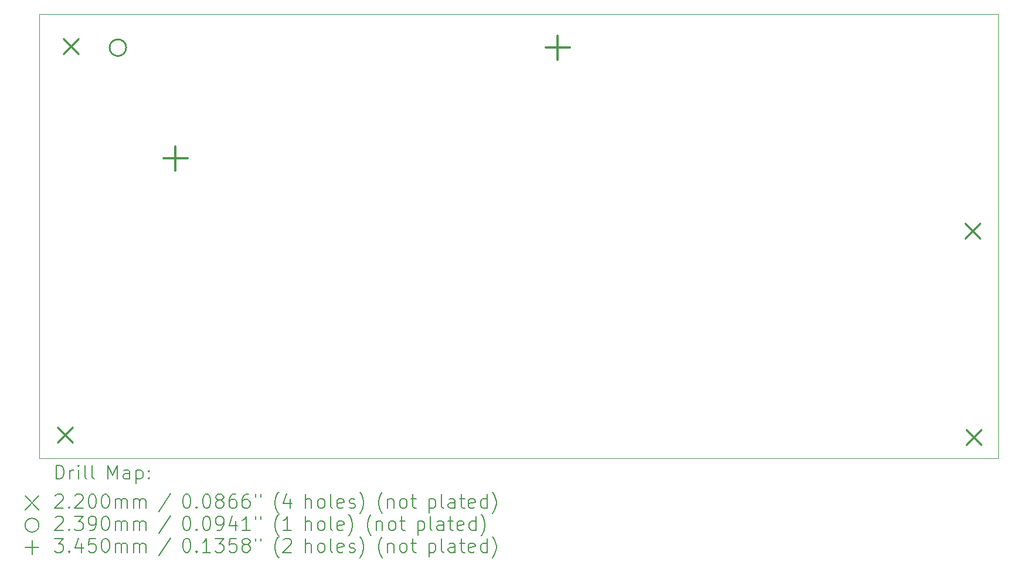
<source format=gbr>
%TF.GenerationSoftware,KiCad,Pcbnew,(7.99.0-200-gad838e3d73)*%
%TF.CreationDate,2024-03-11T18:46:43+07:00*%
%TF.ProjectId,WMS,574d532e-6b69-4636-9164-5f7063625858,rev?*%
%TF.SameCoordinates,Original*%
%TF.FileFunction,Drillmap*%
%TF.FilePolarity,Positive*%
%FSLAX45Y45*%
G04 Gerber Fmt 4.5, Leading zero omitted, Abs format (unit mm)*
G04 Created by KiCad (PCBNEW (7.99.0-200-gad838e3d73)) date 2024-03-11 18:46:43*
%MOMM*%
%LPD*%
G01*
G04 APERTURE LIST*
%ADD10C,0.100000*%
%ADD11C,0.200000*%
%ADD12C,0.220000*%
%ADD13C,0.239000*%
%ADD14C,0.345000*%
G04 APERTURE END LIST*
D10*
X6845300Y-5189220D02*
X20701000Y-5189220D01*
X20701000Y-5189220D02*
X20701000Y-11607800D01*
X20701000Y-11607800D02*
X6845300Y-11607800D01*
X6845300Y-11607800D02*
X6845300Y-5189220D01*
D11*
D12*
X7111220Y-11159980D02*
X7331220Y-11379980D01*
X7331220Y-11159980D02*
X7111220Y-11379980D01*
X7192500Y-5544040D02*
X7412500Y-5764040D01*
X7412500Y-5544040D02*
X7192500Y-5764040D01*
X20217620Y-8213580D02*
X20437620Y-8433580D01*
X20437620Y-8213580D02*
X20217620Y-8433580D01*
X20232860Y-11187920D02*
X20452860Y-11407920D01*
X20452860Y-11187920D02*
X20232860Y-11407920D01*
D13*
X8100200Y-5674460D02*
G75*
G03*
X8100200Y-5674460I-119500J0D01*
G01*
D14*
X8813700Y-7101960D02*
X8813700Y-7446960D01*
X8641200Y-7274460D02*
X8986200Y-7274460D01*
X14333700Y-5501960D02*
X14333700Y-5846960D01*
X14161200Y-5674460D02*
X14506200Y-5674460D01*
D11*
X7087919Y-11906276D02*
X7087919Y-11706276D01*
X7087919Y-11706276D02*
X7135538Y-11706276D01*
X7135538Y-11706276D02*
X7164109Y-11715800D01*
X7164109Y-11715800D02*
X7183157Y-11734848D01*
X7183157Y-11734848D02*
X7192681Y-11753895D01*
X7192681Y-11753895D02*
X7202205Y-11791990D01*
X7202205Y-11791990D02*
X7202205Y-11820562D01*
X7202205Y-11820562D02*
X7192681Y-11858657D01*
X7192681Y-11858657D02*
X7183157Y-11877705D01*
X7183157Y-11877705D02*
X7164109Y-11896752D01*
X7164109Y-11896752D02*
X7135538Y-11906276D01*
X7135538Y-11906276D02*
X7087919Y-11906276D01*
X7287919Y-11906276D02*
X7287919Y-11772943D01*
X7287919Y-11811038D02*
X7297443Y-11791990D01*
X7297443Y-11791990D02*
X7306967Y-11782467D01*
X7306967Y-11782467D02*
X7326014Y-11772943D01*
X7326014Y-11772943D02*
X7345062Y-11772943D01*
X7411728Y-11906276D02*
X7411728Y-11772943D01*
X7411728Y-11706276D02*
X7402205Y-11715800D01*
X7402205Y-11715800D02*
X7411728Y-11725324D01*
X7411728Y-11725324D02*
X7421252Y-11715800D01*
X7421252Y-11715800D02*
X7411728Y-11706276D01*
X7411728Y-11706276D02*
X7411728Y-11725324D01*
X7535538Y-11906276D02*
X7516490Y-11896752D01*
X7516490Y-11896752D02*
X7506967Y-11877705D01*
X7506967Y-11877705D02*
X7506967Y-11706276D01*
X7640300Y-11906276D02*
X7621252Y-11896752D01*
X7621252Y-11896752D02*
X7611728Y-11877705D01*
X7611728Y-11877705D02*
X7611728Y-11706276D01*
X7836490Y-11906276D02*
X7836490Y-11706276D01*
X7836490Y-11706276D02*
X7903157Y-11849133D01*
X7903157Y-11849133D02*
X7969824Y-11706276D01*
X7969824Y-11706276D02*
X7969824Y-11906276D01*
X8150776Y-11906276D02*
X8150776Y-11801514D01*
X8150776Y-11801514D02*
X8141252Y-11782467D01*
X8141252Y-11782467D02*
X8122205Y-11772943D01*
X8122205Y-11772943D02*
X8084109Y-11772943D01*
X8084109Y-11772943D02*
X8065062Y-11782467D01*
X8150776Y-11896752D02*
X8131728Y-11906276D01*
X8131728Y-11906276D02*
X8084109Y-11906276D01*
X8084109Y-11906276D02*
X8065062Y-11896752D01*
X8065062Y-11896752D02*
X8055538Y-11877705D01*
X8055538Y-11877705D02*
X8055538Y-11858657D01*
X8055538Y-11858657D02*
X8065062Y-11839609D01*
X8065062Y-11839609D02*
X8084109Y-11830086D01*
X8084109Y-11830086D02*
X8131728Y-11830086D01*
X8131728Y-11830086D02*
X8150776Y-11820562D01*
X8246014Y-11772943D02*
X8246014Y-11972943D01*
X8246014Y-11782467D02*
X8265062Y-11772943D01*
X8265062Y-11772943D02*
X8303157Y-11772943D01*
X8303157Y-11772943D02*
X8322205Y-11782467D01*
X8322205Y-11782467D02*
X8331728Y-11791990D01*
X8331728Y-11791990D02*
X8341252Y-11811038D01*
X8341252Y-11811038D02*
X8341252Y-11868181D01*
X8341252Y-11868181D02*
X8331728Y-11887228D01*
X8331728Y-11887228D02*
X8322205Y-11896752D01*
X8322205Y-11896752D02*
X8303157Y-11906276D01*
X8303157Y-11906276D02*
X8265062Y-11906276D01*
X8265062Y-11906276D02*
X8246014Y-11896752D01*
X8426967Y-11887228D02*
X8436490Y-11896752D01*
X8436490Y-11896752D02*
X8426967Y-11906276D01*
X8426967Y-11906276D02*
X8417443Y-11896752D01*
X8417443Y-11896752D02*
X8426967Y-11887228D01*
X8426967Y-11887228D02*
X8426967Y-11906276D01*
X8426967Y-11782467D02*
X8436490Y-11791990D01*
X8436490Y-11791990D02*
X8426967Y-11801514D01*
X8426967Y-11801514D02*
X8417443Y-11791990D01*
X8417443Y-11791990D02*
X8426967Y-11782467D01*
X8426967Y-11782467D02*
X8426967Y-11801514D01*
X6640300Y-12152800D02*
X6840300Y-12352800D01*
X6840300Y-12152800D02*
X6640300Y-12352800D01*
X7078395Y-12145324D02*
X7087919Y-12135800D01*
X7087919Y-12135800D02*
X7106967Y-12126276D01*
X7106967Y-12126276D02*
X7154586Y-12126276D01*
X7154586Y-12126276D02*
X7173633Y-12135800D01*
X7173633Y-12135800D02*
X7183157Y-12145324D01*
X7183157Y-12145324D02*
X7192681Y-12164371D01*
X7192681Y-12164371D02*
X7192681Y-12183419D01*
X7192681Y-12183419D02*
X7183157Y-12211990D01*
X7183157Y-12211990D02*
X7068871Y-12326276D01*
X7068871Y-12326276D02*
X7192681Y-12326276D01*
X7278395Y-12307228D02*
X7287919Y-12316752D01*
X7287919Y-12316752D02*
X7278395Y-12326276D01*
X7278395Y-12326276D02*
X7268871Y-12316752D01*
X7268871Y-12316752D02*
X7278395Y-12307228D01*
X7278395Y-12307228D02*
X7278395Y-12326276D01*
X7364109Y-12145324D02*
X7373633Y-12135800D01*
X7373633Y-12135800D02*
X7392681Y-12126276D01*
X7392681Y-12126276D02*
X7440300Y-12126276D01*
X7440300Y-12126276D02*
X7459348Y-12135800D01*
X7459348Y-12135800D02*
X7468871Y-12145324D01*
X7468871Y-12145324D02*
X7478395Y-12164371D01*
X7478395Y-12164371D02*
X7478395Y-12183419D01*
X7478395Y-12183419D02*
X7468871Y-12211990D01*
X7468871Y-12211990D02*
X7354586Y-12326276D01*
X7354586Y-12326276D02*
X7478395Y-12326276D01*
X7602205Y-12126276D02*
X7621252Y-12126276D01*
X7621252Y-12126276D02*
X7640300Y-12135800D01*
X7640300Y-12135800D02*
X7649824Y-12145324D01*
X7649824Y-12145324D02*
X7659348Y-12164371D01*
X7659348Y-12164371D02*
X7668871Y-12202467D01*
X7668871Y-12202467D02*
X7668871Y-12250086D01*
X7668871Y-12250086D02*
X7659348Y-12288181D01*
X7659348Y-12288181D02*
X7649824Y-12307228D01*
X7649824Y-12307228D02*
X7640300Y-12316752D01*
X7640300Y-12316752D02*
X7621252Y-12326276D01*
X7621252Y-12326276D02*
X7602205Y-12326276D01*
X7602205Y-12326276D02*
X7583157Y-12316752D01*
X7583157Y-12316752D02*
X7573633Y-12307228D01*
X7573633Y-12307228D02*
X7564109Y-12288181D01*
X7564109Y-12288181D02*
X7554586Y-12250086D01*
X7554586Y-12250086D02*
X7554586Y-12202467D01*
X7554586Y-12202467D02*
X7564109Y-12164371D01*
X7564109Y-12164371D02*
X7573633Y-12145324D01*
X7573633Y-12145324D02*
X7583157Y-12135800D01*
X7583157Y-12135800D02*
X7602205Y-12126276D01*
X7792681Y-12126276D02*
X7811729Y-12126276D01*
X7811729Y-12126276D02*
X7830776Y-12135800D01*
X7830776Y-12135800D02*
X7840300Y-12145324D01*
X7840300Y-12145324D02*
X7849824Y-12164371D01*
X7849824Y-12164371D02*
X7859348Y-12202467D01*
X7859348Y-12202467D02*
X7859348Y-12250086D01*
X7859348Y-12250086D02*
X7849824Y-12288181D01*
X7849824Y-12288181D02*
X7840300Y-12307228D01*
X7840300Y-12307228D02*
X7830776Y-12316752D01*
X7830776Y-12316752D02*
X7811729Y-12326276D01*
X7811729Y-12326276D02*
X7792681Y-12326276D01*
X7792681Y-12326276D02*
X7773633Y-12316752D01*
X7773633Y-12316752D02*
X7764109Y-12307228D01*
X7764109Y-12307228D02*
X7754586Y-12288181D01*
X7754586Y-12288181D02*
X7745062Y-12250086D01*
X7745062Y-12250086D02*
X7745062Y-12202467D01*
X7745062Y-12202467D02*
X7754586Y-12164371D01*
X7754586Y-12164371D02*
X7764109Y-12145324D01*
X7764109Y-12145324D02*
X7773633Y-12135800D01*
X7773633Y-12135800D02*
X7792681Y-12126276D01*
X7945062Y-12326276D02*
X7945062Y-12192943D01*
X7945062Y-12211990D02*
X7954586Y-12202467D01*
X7954586Y-12202467D02*
X7973633Y-12192943D01*
X7973633Y-12192943D02*
X8002205Y-12192943D01*
X8002205Y-12192943D02*
X8021252Y-12202467D01*
X8021252Y-12202467D02*
X8030776Y-12221514D01*
X8030776Y-12221514D02*
X8030776Y-12326276D01*
X8030776Y-12221514D02*
X8040300Y-12202467D01*
X8040300Y-12202467D02*
X8059348Y-12192943D01*
X8059348Y-12192943D02*
X8087919Y-12192943D01*
X8087919Y-12192943D02*
X8106967Y-12202467D01*
X8106967Y-12202467D02*
X8116490Y-12221514D01*
X8116490Y-12221514D02*
X8116490Y-12326276D01*
X8211729Y-12326276D02*
X8211729Y-12192943D01*
X8211729Y-12211990D02*
X8221252Y-12202467D01*
X8221252Y-12202467D02*
X8240300Y-12192943D01*
X8240300Y-12192943D02*
X8268871Y-12192943D01*
X8268871Y-12192943D02*
X8287919Y-12202467D01*
X8287919Y-12202467D02*
X8297443Y-12221514D01*
X8297443Y-12221514D02*
X8297443Y-12326276D01*
X8297443Y-12221514D02*
X8306967Y-12202467D01*
X8306967Y-12202467D02*
X8326014Y-12192943D01*
X8326014Y-12192943D02*
X8354586Y-12192943D01*
X8354586Y-12192943D02*
X8373633Y-12202467D01*
X8373633Y-12202467D02*
X8383157Y-12221514D01*
X8383157Y-12221514D02*
X8383157Y-12326276D01*
X8741252Y-12116752D02*
X8569824Y-12373895D01*
X8966014Y-12126276D02*
X8985062Y-12126276D01*
X8985062Y-12126276D02*
X9004110Y-12135800D01*
X9004110Y-12135800D02*
X9013633Y-12145324D01*
X9013633Y-12145324D02*
X9023157Y-12164371D01*
X9023157Y-12164371D02*
X9032681Y-12202467D01*
X9032681Y-12202467D02*
X9032681Y-12250086D01*
X9032681Y-12250086D02*
X9023157Y-12288181D01*
X9023157Y-12288181D02*
X9013633Y-12307228D01*
X9013633Y-12307228D02*
X9004110Y-12316752D01*
X9004110Y-12316752D02*
X8985062Y-12326276D01*
X8985062Y-12326276D02*
X8966014Y-12326276D01*
X8966014Y-12326276D02*
X8946967Y-12316752D01*
X8946967Y-12316752D02*
X8937443Y-12307228D01*
X8937443Y-12307228D02*
X8927919Y-12288181D01*
X8927919Y-12288181D02*
X8918395Y-12250086D01*
X8918395Y-12250086D02*
X8918395Y-12202467D01*
X8918395Y-12202467D02*
X8927919Y-12164371D01*
X8927919Y-12164371D02*
X8937443Y-12145324D01*
X8937443Y-12145324D02*
X8946967Y-12135800D01*
X8946967Y-12135800D02*
X8966014Y-12126276D01*
X9118395Y-12307228D02*
X9127919Y-12316752D01*
X9127919Y-12316752D02*
X9118395Y-12326276D01*
X9118395Y-12326276D02*
X9108872Y-12316752D01*
X9108872Y-12316752D02*
X9118395Y-12307228D01*
X9118395Y-12307228D02*
X9118395Y-12326276D01*
X9251729Y-12126276D02*
X9270776Y-12126276D01*
X9270776Y-12126276D02*
X9289824Y-12135800D01*
X9289824Y-12135800D02*
X9299348Y-12145324D01*
X9299348Y-12145324D02*
X9308872Y-12164371D01*
X9308872Y-12164371D02*
X9318395Y-12202467D01*
X9318395Y-12202467D02*
X9318395Y-12250086D01*
X9318395Y-12250086D02*
X9308872Y-12288181D01*
X9308872Y-12288181D02*
X9299348Y-12307228D01*
X9299348Y-12307228D02*
X9289824Y-12316752D01*
X9289824Y-12316752D02*
X9270776Y-12326276D01*
X9270776Y-12326276D02*
X9251729Y-12326276D01*
X9251729Y-12326276D02*
X9232681Y-12316752D01*
X9232681Y-12316752D02*
X9223157Y-12307228D01*
X9223157Y-12307228D02*
X9213633Y-12288181D01*
X9213633Y-12288181D02*
X9204110Y-12250086D01*
X9204110Y-12250086D02*
X9204110Y-12202467D01*
X9204110Y-12202467D02*
X9213633Y-12164371D01*
X9213633Y-12164371D02*
X9223157Y-12145324D01*
X9223157Y-12145324D02*
X9232681Y-12135800D01*
X9232681Y-12135800D02*
X9251729Y-12126276D01*
X9432681Y-12211990D02*
X9413633Y-12202467D01*
X9413633Y-12202467D02*
X9404110Y-12192943D01*
X9404110Y-12192943D02*
X9394586Y-12173895D01*
X9394586Y-12173895D02*
X9394586Y-12164371D01*
X9394586Y-12164371D02*
X9404110Y-12145324D01*
X9404110Y-12145324D02*
X9413633Y-12135800D01*
X9413633Y-12135800D02*
X9432681Y-12126276D01*
X9432681Y-12126276D02*
X9470776Y-12126276D01*
X9470776Y-12126276D02*
X9489824Y-12135800D01*
X9489824Y-12135800D02*
X9499348Y-12145324D01*
X9499348Y-12145324D02*
X9508872Y-12164371D01*
X9508872Y-12164371D02*
X9508872Y-12173895D01*
X9508872Y-12173895D02*
X9499348Y-12192943D01*
X9499348Y-12192943D02*
X9489824Y-12202467D01*
X9489824Y-12202467D02*
X9470776Y-12211990D01*
X9470776Y-12211990D02*
X9432681Y-12211990D01*
X9432681Y-12211990D02*
X9413633Y-12221514D01*
X9413633Y-12221514D02*
X9404110Y-12231038D01*
X9404110Y-12231038D02*
X9394586Y-12250086D01*
X9394586Y-12250086D02*
X9394586Y-12288181D01*
X9394586Y-12288181D02*
X9404110Y-12307228D01*
X9404110Y-12307228D02*
X9413633Y-12316752D01*
X9413633Y-12316752D02*
X9432681Y-12326276D01*
X9432681Y-12326276D02*
X9470776Y-12326276D01*
X9470776Y-12326276D02*
X9489824Y-12316752D01*
X9489824Y-12316752D02*
X9499348Y-12307228D01*
X9499348Y-12307228D02*
X9508872Y-12288181D01*
X9508872Y-12288181D02*
X9508872Y-12250086D01*
X9508872Y-12250086D02*
X9499348Y-12231038D01*
X9499348Y-12231038D02*
X9489824Y-12221514D01*
X9489824Y-12221514D02*
X9470776Y-12211990D01*
X9680300Y-12126276D02*
X9642205Y-12126276D01*
X9642205Y-12126276D02*
X9623157Y-12135800D01*
X9623157Y-12135800D02*
X9613633Y-12145324D01*
X9613633Y-12145324D02*
X9594586Y-12173895D01*
X9594586Y-12173895D02*
X9585062Y-12211990D01*
X9585062Y-12211990D02*
X9585062Y-12288181D01*
X9585062Y-12288181D02*
X9594586Y-12307228D01*
X9594586Y-12307228D02*
X9604110Y-12316752D01*
X9604110Y-12316752D02*
X9623157Y-12326276D01*
X9623157Y-12326276D02*
X9661253Y-12326276D01*
X9661253Y-12326276D02*
X9680300Y-12316752D01*
X9680300Y-12316752D02*
X9689824Y-12307228D01*
X9689824Y-12307228D02*
X9699348Y-12288181D01*
X9699348Y-12288181D02*
X9699348Y-12240562D01*
X9699348Y-12240562D02*
X9689824Y-12221514D01*
X9689824Y-12221514D02*
X9680300Y-12211990D01*
X9680300Y-12211990D02*
X9661253Y-12202467D01*
X9661253Y-12202467D02*
X9623157Y-12202467D01*
X9623157Y-12202467D02*
X9604110Y-12211990D01*
X9604110Y-12211990D02*
X9594586Y-12221514D01*
X9594586Y-12221514D02*
X9585062Y-12240562D01*
X9870776Y-12126276D02*
X9832681Y-12126276D01*
X9832681Y-12126276D02*
X9813633Y-12135800D01*
X9813633Y-12135800D02*
X9804110Y-12145324D01*
X9804110Y-12145324D02*
X9785062Y-12173895D01*
X9785062Y-12173895D02*
X9775538Y-12211990D01*
X9775538Y-12211990D02*
X9775538Y-12288181D01*
X9775538Y-12288181D02*
X9785062Y-12307228D01*
X9785062Y-12307228D02*
X9794586Y-12316752D01*
X9794586Y-12316752D02*
X9813633Y-12326276D01*
X9813633Y-12326276D02*
X9851729Y-12326276D01*
X9851729Y-12326276D02*
X9870776Y-12316752D01*
X9870776Y-12316752D02*
X9880300Y-12307228D01*
X9880300Y-12307228D02*
X9889824Y-12288181D01*
X9889824Y-12288181D02*
X9889824Y-12240562D01*
X9889824Y-12240562D02*
X9880300Y-12221514D01*
X9880300Y-12221514D02*
X9870776Y-12211990D01*
X9870776Y-12211990D02*
X9851729Y-12202467D01*
X9851729Y-12202467D02*
X9813633Y-12202467D01*
X9813633Y-12202467D02*
X9794586Y-12211990D01*
X9794586Y-12211990D02*
X9785062Y-12221514D01*
X9785062Y-12221514D02*
X9775538Y-12240562D01*
X9966014Y-12126276D02*
X9966014Y-12164371D01*
X10042205Y-12126276D02*
X10042205Y-12164371D01*
X10305062Y-12402467D02*
X10295538Y-12392943D01*
X10295538Y-12392943D02*
X10276491Y-12364371D01*
X10276491Y-12364371D02*
X10266967Y-12345324D01*
X10266967Y-12345324D02*
X10257443Y-12316752D01*
X10257443Y-12316752D02*
X10247919Y-12269133D01*
X10247919Y-12269133D02*
X10247919Y-12231038D01*
X10247919Y-12231038D02*
X10257443Y-12183419D01*
X10257443Y-12183419D02*
X10266967Y-12154848D01*
X10266967Y-12154848D02*
X10276491Y-12135800D01*
X10276491Y-12135800D02*
X10295538Y-12107228D01*
X10295538Y-12107228D02*
X10305062Y-12097705D01*
X10466967Y-12192943D02*
X10466967Y-12326276D01*
X10419348Y-12116752D02*
X10371729Y-12259609D01*
X10371729Y-12259609D02*
X10495538Y-12259609D01*
X10691729Y-12326276D02*
X10691729Y-12126276D01*
X10777443Y-12326276D02*
X10777443Y-12221514D01*
X10777443Y-12221514D02*
X10767919Y-12202467D01*
X10767919Y-12202467D02*
X10748872Y-12192943D01*
X10748872Y-12192943D02*
X10720300Y-12192943D01*
X10720300Y-12192943D02*
X10701253Y-12202467D01*
X10701253Y-12202467D02*
X10691729Y-12211990D01*
X10901253Y-12326276D02*
X10882205Y-12316752D01*
X10882205Y-12316752D02*
X10872681Y-12307228D01*
X10872681Y-12307228D02*
X10863157Y-12288181D01*
X10863157Y-12288181D02*
X10863157Y-12231038D01*
X10863157Y-12231038D02*
X10872681Y-12211990D01*
X10872681Y-12211990D02*
X10882205Y-12202467D01*
X10882205Y-12202467D02*
X10901253Y-12192943D01*
X10901253Y-12192943D02*
X10929824Y-12192943D01*
X10929824Y-12192943D02*
X10948872Y-12202467D01*
X10948872Y-12202467D02*
X10958395Y-12211990D01*
X10958395Y-12211990D02*
X10967919Y-12231038D01*
X10967919Y-12231038D02*
X10967919Y-12288181D01*
X10967919Y-12288181D02*
X10958395Y-12307228D01*
X10958395Y-12307228D02*
X10948872Y-12316752D01*
X10948872Y-12316752D02*
X10929824Y-12326276D01*
X10929824Y-12326276D02*
X10901253Y-12326276D01*
X11082205Y-12326276D02*
X11063157Y-12316752D01*
X11063157Y-12316752D02*
X11053634Y-12297705D01*
X11053634Y-12297705D02*
X11053634Y-12126276D01*
X11234586Y-12316752D02*
X11215538Y-12326276D01*
X11215538Y-12326276D02*
X11177443Y-12326276D01*
X11177443Y-12326276D02*
X11158395Y-12316752D01*
X11158395Y-12316752D02*
X11148872Y-12297705D01*
X11148872Y-12297705D02*
X11148872Y-12221514D01*
X11148872Y-12221514D02*
X11158395Y-12202467D01*
X11158395Y-12202467D02*
X11177443Y-12192943D01*
X11177443Y-12192943D02*
X11215538Y-12192943D01*
X11215538Y-12192943D02*
X11234586Y-12202467D01*
X11234586Y-12202467D02*
X11244110Y-12221514D01*
X11244110Y-12221514D02*
X11244110Y-12240562D01*
X11244110Y-12240562D02*
X11148872Y-12259609D01*
X11320300Y-12316752D02*
X11339348Y-12326276D01*
X11339348Y-12326276D02*
X11377443Y-12326276D01*
X11377443Y-12326276D02*
X11396491Y-12316752D01*
X11396491Y-12316752D02*
X11406014Y-12297705D01*
X11406014Y-12297705D02*
X11406014Y-12288181D01*
X11406014Y-12288181D02*
X11396491Y-12269133D01*
X11396491Y-12269133D02*
X11377443Y-12259609D01*
X11377443Y-12259609D02*
X11348872Y-12259609D01*
X11348872Y-12259609D02*
X11329824Y-12250086D01*
X11329824Y-12250086D02*
X11320300Y-12231038D01*
X11320300Y-12231038D02*
X11320300Y-12221514D01*
X11320300Y-12221514D02*
X11329824Y-12202467D01*
X11329824Y-12202467D02*
X11348872Y-12192943D01*
X11348872Y-12192943D02*
X11377443Y-12192943D01*
X11377443Y-12192943D02*
X11396491Y-12202467D01*
X11472681Y-12402467D02*
X11482205Y-12392943D01*
X11482205Y-12392943D02*
X11501253Y-12364371D01*
X11501253Y-12364371D02*
X11510776Y-12345324D01*
X11510776Y-12345324D02*
X11520300Y-12316752D01*
X11520300Y-12316752D02*
X11529824Y-12269133D01*
X11529824Y-12269133D02*
X11529824Y-12231038D01*
X11529824Y-12231038D02*
X11520300Y-12183419D01*
X11520300Y-12183419D02*
X11510776Y-12154848D01*
X11510776Y-12154848D02*
X11501253Y-12135800D01*
X11501253Y-12135800D02*
X11482205Y-12107228D01*
X11482205Y-12107228D02*
X11472681Y-12097705D01*
X11802205Y-12402467D02*
X11792681Y-12392943D01*
X11792681Y-12392943D02*
X11773633Y-12364371D01*
X11773633Y-12364371D02*
X11764110Y-12345324D01*
X11764110Y-12345324D02*
X11754586Y-12316752D01*
X11754586Y-12316752D02*
X11745062Y-12269133D01*
X11745062Y-12269133D02*
X11745062Y-12231038D01*
X11745062Y-12231038D02*
X11754586Y-12183419D01*
X11754586Y-12183419D02*
X11764110Y-12154848D01*
X11764110Y-12154848D02*
X11773633Y-12135800D01*
X11773633Y-12135800D02*
X11792681Y-12107228D01*
X11792681Y-12107228D02*
X11802205Y-12097705D01*
X11878395Y-12192943D02*
X11878395Y-12326276D01*
X11878395Y-12211990D02*
X11887919Y-12202467D01*
X11887919Y-12202467D02*
X11906967Y-12192943D01*
X11906967Y-12192943D02*
X11935538Y-12192943D01*
X11935538Y-12192943D02*
X11954586Y-12202467D01*
X11954586Y-12202467D02*
X11964110Y-12221514D01*
X11964110Y-12221514D02*
X11964110Y-12326276D01*
X12087919Y-12326276D02*
X12068872Y-12316752D01*
X12068872Y-12316752D02*
X12059348Y-12307228D01*
X12059348Y-12307228D02*
X12049824Y-12288181D01*
X12049824Y-12288181D02*
X12049824Y-12231038D01*
X12049824Y-12231038D02*
X12059348Y-12211990D01*
X12059348Y-12211990D02*
X12068872Y-12202467D01*
X12068872Y-12202467D02*
X12087919Y-12192943D01*
X12087919Y-12192943D02*
X12116491Y-12192943D01*
X12116491Y-12192943D02*
X12135538Y-12202467D01*
X12135538Y-12202467D02*
X12145062Y-12211990D01*
X12145062Y-12211990D02*
X12154586Y-12231038D01*
X12154586Y-12231038D02*
X12154586Y-12288181D01*
X12154586Y-12288181D02*
X12145062Y-12307228D01*
X12145062Y-12307228D02*
X12135538Y-12316752D01*
X12135538Y-12316752D02*
X12116491Y-12326276D01*
X12116491Y-12326276D02*
X12087919Y-12326276D01*
X12211729Y-12192943D02*
X12287919Y-12192943D01*
X12240300Y-12126276D02*
X12240300Y-12297705D01*
X12240300Y-12297705D02*
X12249824Y-12316752D01*
X12249824Y-12316752D02*
X12268872Y-12326276D01*
X12268872Y-12326276D02*
X12287919Y-12326276D01*
X12474586Y-12192943D02*
X12474586Y-12392943D01*
X12474586Y-12202467D02*
X12493633Y-12192943D01*
X12493633Y-12192943D02*
X12531729Y-12192943D01*
X12531729Y-12192943D02*
X12550776Y-12202467D01*
X12550776Y-12202467D02*
X12560300Y-12211990D01*
X12560300Y-12211990D02*
X12569824Y-12231038D01*
X12569824Y-12231038D02*
X12569824Y-12288181D01*
X12569824Y-12288181D02*
X12560300Y-12307228D01*
X12560300Y-12307228D02*
X12550776Y-12316752D01*
X12550776Y-12316752D02*
X12531729Y-12326276D01*
X12531729Y-12326276D02*
X12493633Y-12326276D01*
X12493633Y-12326276D02*
X12474586Y-12316752D01*
X12684110Y-12326276D02*
X12665062Y-12316752D01*
X12665062Y-12316752D02*
X12655538Y-12297705D01*
X12655538Y-12297705D02*
X12655538Y-12126276D01*
X12846014Y-12326276D02*
X12846014Y-12221514D01*
X12846014Y-12221514D02*
X12836491Y-12202467D01*
X12836491Y-12202467D02*
X12817443Y-12192943D01*
X12817443Y-12192943D02*
X12779348Y-12192943D01*
X12779348Y-12192943D02*
X12760300Y-12202467D01*
X12846014Y-12316752D02*
X12826967Y-12326276D01*
X12826967Y-12326276D02*
X12779348Y-12326276D01*
X12779348Y-12326276D02*
X12760300Y-12316752D01*
X12760300Y-12316752D02*
X12750776Y-12297705D01*
X12750776Y-12297705D02*
X12750776Y-12278657D01*
X12750776Y-12278657D02*
X12760300Y-12259609D01*
X12760300Y-12259609D02*
X12779348Y-12250086D01*
X12779348Y-12250086D02*
X12826967Y-12250086D01*
X12826967Y-12250086D02*
X12846014Y-12240562D01*
X12912681Y-12192943D02*
X12988872Y-12192943D01*
X12941253Y-12126276D02*
X12941253Y-12297705D01*
X12941253Y-12297705D02*
X12950776Y-12316752D01*
X12950776Y-12316752D02*
X12969824Y-12326276D01*
X12969824Y-12326276D02*
X12988872Y-12326276D01*
X13131729Y-12316752D02*
X13112681Y-12326276D01*
X13112681Y-12326276D02*
X13074586Y-12326276D01*
X13074586Y-12326276D02*
X13055538Y-12316752D01*
X13055538Y-12316752D02*
X13046014Y-12297705D01*
X13046014Y-12297705D02*
X13046014Y-12221514D01*
X13046014Y-12221514D02*
X13055538Y-12202467D01*
X13055538Y-12202467D02*
X13074586Y-12192943D01*
X13074586Y-12192943D02*
X13112681Y-12192943D01*
X13112681Y-12192943D02*
X13131729Y-12202467D01*
X13131729Y-12202467D02*
X13141253Y-12221514D01*
X13141253Y-12221514D02*
X13141253Y-12240562D01*
X13141253Y-12240562D02*
X13046014Y-12259609D01*
X13312681Y-12326276D02*
X13312681Y-12126276D01*
X13312681Y-12316752D02*
X13293634Y-12326276D01*
X13293634Y-12326276D02*
X13255538Y-12326276D01*
X13255538Y-12326276D02*
X13236491Y-12316752D01*
X13236491Y-12316752D02*
X13226967Y-12307228D01*
X13226967Y-12307228D02*
X13217443Y-12288181D01*
X13217443Y-12288181D02*
X13217443Y-12231038D01*
X13217443Y-12231038D02*
X13226967Y-12211990D01*
X13226967Y-12211990D02*
X13236491Y-12202467D01*
X13236491Y-12202467D02*
X13255538Y-12192943D01*
X13255538Y-12192943D02*
X13293634Y-12192943D01*
X13293634Y-12192943D02*
X13312681Y-12202467D01*
X13388872Y-12402467D02*
X13398395Y-12392943D01*
X13398395Y-12392943D02*
X13417443Y-12364371D01*
X13417443Y-12364371D02*
X13426967Y-12345324D01*
X13426967Y-12345324D02*
X13436491Y-12316752D01*
X13436491Y-12316752D02*
X13446014Y-12269133D01*
X13446014Y-12269133D02*
X13446014Y-12231038D01*
X13446014Y-12231038D02*
X13436491Y-12183419D01*
X13436491Y-12183419D02*
X13426967Y-12154848D01*
X13426967Y-12154848D02*
X13417443Y-12135800D01*
X13417443Y-12135800D02*
X13398395Y-12107228D01*
X13398395Y-12107228D02*
X13388872Y-12097705D01*
X6840300Y-12572800D02*
G75*
G03*
X6840300Y-12572800I-100000J0D01*
G01*
X7078395Y-12465324D02*
X7087919Y-12455800D01*
X7087919Y-12455800D02*
X7106967Y-12446276D01*
X7106967Y-12446276D02*
X7154586Y-12446276D01*
X7154586Y-12446276D02*
X7173633Y-12455800D01*
X7173633Y-12455800D02*
X7183157Y-12465324D01*
X7183157Y-12465324D02*
X7192681Y-12484371D01*
X7192681Y-12484371D02*
X7192681Y-12503419D01*
X7192681Y-12503419D02*
X7183157Y-12531990D01*
X7183157Y-12531990D02*
X7068871Y-12646276D01*
X7068871Y-12646276D02*
X7192681Y-12646276D01*
X7278395Y-12627228D02*
X7287919Y-12636752D01*
X7287919Y-12636752D02*
X7278395Y-12646276D01*
X7278395Y-12646276D02*
X7268871Y-12636752D01*
X7268871Y-12636752D02*
X7278395Y-12627228D01*
X7278395Y-12627228D02*
X7278395Y-12646276D01*
X7354586Y-12446276D02*
X7478395Y-12446276D01*
X7478395Y-12446276D02*
X7411728Y-12522467D01*
X7411728Y-12522467D02*
X7440300Y-12522467D01*
X7440300Y-12522467D02*
X7459348Y-12531990D01*
X7459348Y-12531990D02*
X7468871Y-12541514D01*
X7468871Y-12541514D02*
X7478395Y-12560562D01*
X7478395Y-12560562D02*
X7478395Y-12608181D01*
X7478395Y-12608181D02*
X7468871Y-12627228D01*
X7468871Y-12627228D02*
X7459348Y-12636752D01*
X7459348Y-12636752D02*
X7440300Y-12646276D01*
X7440300Y-12646276D02*
X7383157Y-12646276D01*
X7383157Y-12646276D02*
X7364109Y-12636752D01*
X7364109Y-12636752D02*
X7354586Y-12627228D01*
X7573633Y-12646276D02*
X7611728Y-12646276D01*
X7611728Y-12646276D02*
X7630776Y-12636752D01*
X7630776Y-12636752D02*
X7640300Y-12627228D01*
X7640300Y-12627228D02*
X7659348Y-12598657D01*
X7659348Y-12598657D02*
X7668871Y-12560562D01*
X7668871Y-12560562D02*
X7668871Y-12484371D01*
X7668871Y-12484371D02*
X7659348Y-12465324D01*
X7659348Y-12465324D02*
X7649824Y-12455800D01*
X7649824Y-12455800D02*
X7630776Y-12446276D01*
X7630776Y-12446276D02*
X7592681Y-12446276D01*
X7592681Y-12446276D02*
X7573633Y-12455800D01*
X7573633Y-12455800D02*
X7564109Y-12465324D01*
X7564109Y-12465324D02*
X7554586Y-12484371D01*
X7554586Y-12484371D02*
X7554586Y-12531990D01*
X7554586Y-12531990D02*
X7564109Y-12551038D01*
X7564109Y-12551038D02*
X7573633Y-12560562D01*
X7573633Y-12560562D02*
X7592681Y-12570086D01*
X7592681Y-12570086D02*
X7630776Y-12570086D01*
X7630776Y-12570086D02*
X7649824Y-12560562D01*
X7649824Y-12560562D02*
X7659348Y-12551038D01*
X7659348Y-12551038D02*
X7668871Y-12531990D01*
X7792681Y-12446276D02*
X7811729Y-12446276D01*
X7811729Y-12446276D02*
X7830776Y-12455800D01*
X7830776Y-12455800D02*
X7840300Y-12465324D01*
X7840300Y-12465324D02*
X7849824Y-12484371D01*
X7849824Y-12484371D02*
X7859348Y-12522467D01*
X7859348Y-12522467D02*
X7859348Y-12570086D01*
X7859348Y-12570086D02*
X7849824Y-12608181D01*
X7849824Y-12608181D02*
X7840300Y-12627228D01*
X7840300Y-12627228D02*
X7830776Y-12636752D01*
X7830776Y-12636752D02*
X7811729Y-12646276D01*
X7811729Y-12646276D02*
X7792681Y-12646276D01*
X7792681Y-12646276D02*
X7773633Y-12636752D01*
X7773633Y-12636752D02*
X7764109Y-12627228D01*
X7764109Y-12627228D02*
X7754586Y-12608181D01*
X7754586Y-12608181D02*
X7745062Y-12570086D01*
X7745062Y-12570086D02*
X7745062Y-12522467D01*
X7745062Y-12522467D02*
X7754586Y-12484371D01*
X7754586Y-12484371D02*
X7764109Y-12465324D01*
X7764109Y-12465324D02*
X7773633Y-12455800D01*
X7773633Y-12455800D02*
X7792681Y-12446276D01*
X7945062Y-12646276D02*
X7945062Y-12512943D01*
X7945062Y-12531990D02*
X7954586Y-12522467D01*
X7954586Y-12522467D02*
X7973633Y-12512943D01*
X7973633Y-12512943D02*
X8002205Y-12512943D01*
X8002205Y-12512943D02*
X8021252Y-12522467D01*
X8021252Y-12522467D02*
X8030776Y-12541514D01*
X8030776Y-12541514D02*
X8030776Y-12646276D01*
X8030776Y-12541514D02*
X8040300Y-12522467D01*
X8040300Y-12522467D02*
X8059348Y-12512943D01*
X8059348Y-12512943D02*
X8087919Y-12512943D01*
X8087919Y-12512943D02*
X8106967Y-12522467D01*
X8106967Y-12522467D02*
X8116490Y-12541514D01*
X8116490Y-12541514D02*
X8116490Y-12646276D01*
X8211729Y-12646276D02*
X8211729Y-12512943D01*
X8211729Y-12531990D02*
X8221252Y-12522467D01*
X8221252Y-12522467D02*
X8240300Y-12512943D01*
X8240300Y-12512943D02*
X8268871Y-12512943D01*
X8268871Y-12512943D02*
X8287919Y-12522467D01*
X8287919Y-12522467D02*
X8297443Y-12541514D01*
X8297443Y-12541514D02*
X8297443Y-12646276D01*
X8297443Y-12541514D02*
X8306967Y-12522467D01*
X8306967Y-12522467D02*
X8326014Y-12512943D01*
X8326014Y-12512943D02*
X8354586Y-12512943D01*
X8354586Y-12512943D02*
X8373633Y-12522467D01*
X8373633Y-12522467D02*
X8383157Y-12541514D01*
X8383157Y-12541514D02*
X8383157Y-12646276D01*
X8741252Y-12436752D02*
X8569824Y-12693895D01*
X8966014Y-12446276D02*
X8985062Y-12446276D01*
X8985062Y-12446276D02*
X9004110Y-12455800D01*
X9004110Y-12455800D02*
X9013633Y-12465324D01*
X9013633Y-12465324D02*
X9023157Y-12484371D01*
X9023157Y-12484371D02*
X9032681Y-12522467D01*
X9032681Y-12522467D02*
X9032681Y-12570086D01*
X9032681Y-12570086D02*
X9023157Y-12608181D01*
X9023157Y-12608181D02*
X9013633Y-12627228D01*
X9013633Y-12627228D02*
X9004110Y-12636752D01*
X9004110Y-12636752D02*
X8985062Y-12646276D01*
X8985062Y-12646276D02*
X8966014Y-12646276D01*
X8966014Y-12646276D02*
X8946967Y-12636752D01*
X8946967Y-12636752D02*
X8937443Y-12627228D01*
X8937443Y-12627228D02*
X8927919Y-12608181D01*
X8927919Y-12608181D02*
X8918395Y-12570086D01*
X8918395Y-12570086D02*
X8918395Y-12522467D01*
X8918395Y-12522467D02*
X8927919Y-12484371D01*
X8927919Y-12484371D02*
X8937443Y-12465324D01*
X8937443Y-12465324D02*
X8946967Y-12455800D01*
X8946967Y-12455800D02*
X8966014Y-12446276D01*
X9118395Y-12627228D02*
X9127919Y-12636752D01*
X9127919Y-12636752D02*
X9118395Y-12646276D01*
X9118395Y-12646276D02*
X9108872Y-12636752D01*
X9108872Y-12636752D02*
X9118395Y-12627228D01*
X9118395Y-12627228D02*
X9118395Y-12646276D01*
X9251729Y-12446276D02*
X9270776Y-12446276D01*
X9270776Y-12446276D02*
X9289824Y-12455800D01*
X9289824Y-12455800D02*
X9299348Y-12465324D01*
X9299348Y-12465324D02*
X9308872Y-12484371D01*
X9308872Y-12484371D02*
X9318395Y-12522467D01*
X9318395Y-12522467D02*
X9318395Y-12570086D01*
X9318395Y-12570086D02*
X9308872Y-12608181D01*
X9308872Y-12608181D02*
X9299348Y-12627228D01*
X9299348Y-12627228D02*
X9289824Y-12636752D01*
X9289824Y-12636752D02*
X9270776Y-12646276D01*
X9270776Y-12646276D02*
X9251729Y-12646276D01*
X9251729Y-12646276D02*
X9232681Y-12636752D01*
X9232681Y-12636752D02*
X9223157Y-12627228D01*
X9223157Y-12627228D02*
X9213633Y-12608181D01*
X9213633Y-12608181D02*
X9204110Y-12570086D01*
X9204110Y-12570086D02*
X9204110Y-12522467D01*
X9204110Y-12522467D02*
X9213633Y-12484371D01*
X9213633Y-12484371D02*
X9223157Y-12465324D01*
X9223157Y-12465324D02*
X9232681Y-12455800D01*
X9232681Y-12455800D02*
X9251729Y-12446276D01*
X9413633Y-12646276D02*
X9451729Y-12646276D01*
X9451729Y-12646276D02*
X9470776Y-12636752D01*
X9470776Y-12636752D02*
X9480300Y-12627228D01*
X9480300Y-12627228D02*
X9499348Y-12598657D01*
X9499348Y-12598657D02*
X9508872Y-12560562D01*
X9508872Y-12560562D02*
X9508872Y-12484371D01*
X9508872Y-12484371D02*
X9499348Y-12465324D01*
X9499348Y-12465324D02*
X9489824Y-12455800D01*
X9489824Y-12455800D02*
X9470776Y-12446276D01*
X9470776Y-12446276D02*
X9432681Y-12446276D01*
X9432681Y-12446276D02*
X9413633Y-12455800D01*
X9413633Y-12455800D02*
X9404110Y-12465324D01*
X9404110Y-12465324D02*
X9394586Y-12484371D01*
X9394586Y-12484371D02*
X9394586Y-12531990D01*
X9394586Y-12531990D02*
X9404110Y-12551038D01*
X9404110Y-12551038D02*
X9413633Y-12560562D01*
X9413633Y-12560562D02*
X9432681Y-12570086D01*
X9432681Y-12570086D02*
X9470776Y-12570086D01*
X9470776Y-12570086D02*
X9489824Y-12560562D01*
X9489824Y-12560562D02*
X9499348Y-12551038D01*
X9499348Y-12551038D02*
X9508872Y-12531990D01*
X9680300Y-12512943D02*
X9680300Y-12646276D01*
X9632681Y-12436752D02*
X9585062Y-12579609D01*
X9585062Y-12579609D02*
X9708872Y-12579609D01*
X9889824Y-12646276D02*
X9775538Y-12646276D01*
X9832681Y-12646276D02*
X9832681Y-12446276D01*
X9832681Y-12446276D02*
X9813633Y-12474848D01*
X9813633Y-12474848D02*
X9794586Y-12493895D01*
X9794586Y-12493895D02*
X9775538Y-12503419D01*
X9966014Y-12446276D02*
X9966014Y-12484371D01*
X10042205Y-12446276D02*
X10042205Y-12484371D01*
X10305062Y-12722467D02*
X10295538Y-12712943D01*
X10295538Y-12712943D02*
X10276491Y-12684371D01*
X10276491Y-12684371D02*
X10266967Y-12665324D01*
X10266967Y-12665324D02*
X10257443Y-12636752D01*
X10257443Y-12636752D02*
X10247919Y-12589133D01*
X10247919Y-12589133D02*
X10247919Y-12551038D01*
X10247919Y-12551038D02*
X10257443Y-12503419D01*
X10257443Y-12503419D02*
X10266967Y-12474848D01*
X10266967Y-12474848D02*
X10276491Y-12455800D01*
X10276491Y-12455800D02*
X10295538Y-12427228D01*
X10295538Y-12427228D02*
X10305062Y-12417705D01*
X10486014Y-12646276D02*
X10371729Y-12646276D01*
X10428872Y-12646276D02*
X10428872Y-12446276D01*
X10428872Y-12446276D02*
X10409824Y-12474848D01*
X10409824Y-12474848D02*
X10390776Y-12493895D01*
X10390776Y-12493895D02*
X10371729Y-12503419D01*
X10691729Y-12646276D02*
X10691729Y-12446276D01*
X10777443Y-12646276D02*
X10777443Y-12541514D01*
X10777443Y-12541514D02*
X10767919Y-12522467D01*
X10767919Y-12522467D02*
X10748872Y-12512943D01*
X10748872Y-12512943D02*
X10720300Y-12512943D01*
X10720300Y-12512943D02*
X10701253Y-12522467D01*
X10701253Y-12522467D02*
X10691729Y-12531990D01*
X10901253Y-12646276D02*
X10882205Y-12636752D01*
X10882205Y-12636752D02*
X10872681Y-12627228D01*
X10872681Y-12627228D02*
X10863157Y-12608181D01*
X10863157Y-12608181D02*
X10863157Y-12551038D01*
X10863157Y-12551038D02*
X10872681Y-12531990D01*
X10872681Y-12531990D02*
X10882205Y-12522467D01*
X10882205Y-12522467D02*
X10901253Y-12512943D01*
X10901253Y-12512943D02*
X10929824Y-12512943D01*
X10929824Y-12512943D02*
X10948872Y-12522467D01*
X10948872Y-12522467D02*
X10958395Y-12531990D01*
X10958395Y-12531990D02*
X10967919Y-12551038D01*
X10967919Y-12551038D02*
X10967919Y-12608181D01*
X10967919Y-12608181D02*
X10958395Y-12627228D01*
X10958395Y-12627228D02*
X10948872Y-12636752D01*
X10948872Y-12636752D02*
X10929824Y-12646276D01*
X10929824Y-12646276D02*
X10901253Y-12646276D01*
X11082205Y-12646276D02*
X11063157Y-12636752D01*
X11063157Y-12636752D02*
X11053634Y-12617705D01*
X11053634Y-12617705D02*
X11053634Y-12446276D01*
X11234586Y-12636752D02*
X11215538Y-12646276D01*
X11215538Y-12646276D02*
X11177443Y-12646276D01*
X11177443Y-12646276D02*
X11158395Y-12636752D01*
X11158395Y-12636752D02*
X11148872Y-12617705D01*
X11148872Y-12617705D02*
X11148872Y-12541514D01*
X11148872Y-12541514D02*
X11158395Y-12522467D01*
X11158395Y-12522467D02*
X11177443Y-12512943D01*
X11177443Y-12512943D02*
X11215538Y-12512943D01*
X11215538Y-12512943D02*
X11234586Y-12522467D01*
X11234586Y-12522467D02*
X11244110Y-12541514D01*
X11244110Y-12541514D02*
X11244110Y-12560562D01*
X11244110Y-12560562D02*
X11148872Y-12579609D01*
X11310776Y-12722467D02*
X11320300Y-12712943D01*
X11320300Y-12712943D02*
X11339348Y-12684371D01*
X11339348Y-12684371D02*
X11348872Y-12665324D01*
X11348872Y-12665324D02*
X11358395Y-12636752D01*
X11358395Y-12636752D02*
X11367919Y-12589133D01*
X11367919Y-12589133D02*
X11367919Y-12551038D01*
X11367919Y-12551038D02*
X11358395Y-12503419D01*
X11358395Y-12503419D02*
X11348872Y-12474848D01*
X11348872Y-12474848D02*
X11339348Y-12455800D01*
X11339348Y-12455800D02*
X11320300Y-12427228D01*
X11320300Y-12427228D02*
X11310776Y-12417705D01*
X11640300Y-12722467D02*
X11630776Y-12712943D01*
X11630776Y-12712943D02*
X11611729Y-12684371D01*
X11611729Y-12684371D02*
X11602205Y-12665324D01*
X11602205Y-12665324D02*
X11592681Y-12636752D01*
X11592681Y-12636752D02*
X11583157Y-12589133D01*
X11583157Y-12589133D02*
X11583157Y-12551038D01*
X11583157Y-12551038D02*
X11592681Y-12503419D01*
X11592681Y-12503419D02*
X11602205Y-12474848D01*
X11602205Y-12474848D02*
X11611729Y-12455800D01*
X11611729Y-12455800D02*
X11630776Y-12427228D01*
X11630776Y-12427228D02*
X11640300Y-12417705D01*
X11716491Y-12512943D02*
X11716491Y-12646276D01*
X11716491Y-12531990D02*
X11726014Y-12522467D01*
X11726014Y-12522467D02*
X11745062Y-12512943D01*
X11745062Y-12512943D02*
X11773633Y-12512943D01*
X11773633Y-12512943D02*
X11792681Y-12522467D01*
X11792681Y-12522467D02*
X11802205Y-12541514D01*
X11802205Y-12541514D02*
X11802205Y-12646276D01*
X11926014Y-12646276D02*
X11906967Y-12636752D01*
X11906967Y-12636752D02*
X11897443Y-12627228D01*
X11897443Y-12627228D02*
X11887919Y-12608181D01*
X11887919Y-12608181D02*
X11887919Y-12551038D01*
X11887919Y-12551038D02*
X11897443Y-12531990D01*
X11897443Y-12531990D02*
X11906967Y-12522467D01*
X11906967Y-12522467D02*
X11926014Y-12512943D01*
X11926014Y-12512943D02*
X11954586Y-12512943D01*
X11954586Y-12512943D02*
X11973633Y-12522467D01*
X11973633Y-12522467D02*
X11983157Y-12531990D01*
X11983157Y-12531990D02*
X11992681Y-12551038D01*
X11992681Y-12551038D02*
X11992681Y-12608181D01*
X11992681Y-12608181D02*
X11983157Y-12627228D01*
X11983157Y-12627228D02*
X11973633Y-12636752D01*
X11973633Y-12636752D02*
X11954586Y-12646276D01*
X11954586Y-12646276D02*
X11926014Y-12646276D01*
X12049824Y-12512943D02*
X12126014Y-12512943D01*
X12078395Y-12446276D02*
X12078395Y-12617705D01*
X12078395Y-12617705D02*
X12087919Y-12636752D01*
X12087919Y-12636752D02*
X12106967Y-12646276D01*
X12106967Y-12646276D02*
X12126014Y-12646276D01*
X12312681Y-12512943D02*
X12312681Y-12712943D01*
X12312681Y-12522467D02*
X12331729Y-12512943D01*
X12331729Y-12512943D02*
X12369824Y-12512943D01*
X12369824Y-12512943D02*
X12388872Y-12522467D01*
X12388872Y-12522467D02*
X12398395Y-12531990D01*
X12398395Y-12531990D02*
X12407919Y-12551038D01*
X12407919Y-12551038D02*
X12407919Y-12608181D01*
X12407919Y-12608181D02*
X12398395Y-12627228D01*
X12398395Y-12627228D02*
X12388872Y-12636752D01*
X12388872Y-12636752D02*
X12369824Y-12646276D01*
X12369824Y-12646276D02*
X12331729Y-12646276D01*
X12331729Y-12646276D02*
X12312681Y-12636752D01*
X12522205Y-12646276D02*
X12503157Y-12636752D01*
X12503157Y-12636752D02*
X12493633Y-12617705D01*
X12493633Y-12617705D02*
X12493633Y-12446276D01*
X12684110Y-12646276D02*
X12684110Y-12541514D01*
X12684110Y-12541514D02*
X12674586Y-12522467D01*
X12674586Y-12522467D02*
X12655538Y-12512943D01*
X12655538Y-12512943D02*
X12617443Y-12512943D01*
X12617443Y-12512943D02*
X12598395Y-12522467D01*
X12684110Y-12636752D02*
X12665062Y-12646276D01*
X12665062Y-12646276D02*
X12617443Y-12646276D01*
X12617443Y-12646276D02*
X12598395Y-12636752D01*
X12598395Y-12636752D02*
X12588872Y-12617705D01*
X12588872Y-12617705D02*
X12588872Y-12598657D01*
X12588872Y-12598657D02*
X12598395Y-12579609D01*
X12598395Y-12579609D02*
X12617443Y-12570086D01*
X12617443Y-12570086D02*
X12665062Y-12570086D01*
X12665062Y-12570086D02*
X12684110Y-12560562D01*
X12750776Y-12512943D02*
X12826967Y-12512943D01*
X12779348Y-12446276D02*
X12779348Y-12617705D01*
X12779348Y-12617705D02*
X12788872Y-12636752D01*
X12788872Y-12636752D02*
X12807919Y-12646276D01*
X12807919Y-12646276D02*
X12826967Y-12646276D01*
X12969824Y-12636752D02*
X12950776Y-12646276D01*
X12950776Y-12646276D02*
X12912681Y-12646276D01*
X12912681Y-12646276D02*
X12893633Y-12636752D01*
X12893633Y-12636752D02*
X12884110Y-12617705D01*
X12884110Y-12617705D02*
X12884110Y-12541514D01*
X12884110Y-12541514D02*
X12893633Y-12522467D01*
X12893633Y-12522467D02*
X12912681Y-12512943D01*
X12912681Y-12512943D02*
X12950776Y-12512943D01*
X12950776Y-12512943D02*
X12969824Y-12522467D01*
X12969824Y-12522467D02*
X12979348Y-12541514D01*
X12979348Y-12541514D02*
X12979348Y-12560562D01*
X12979348Y-12560562D02*
X12884110Y-12579609D01*
X13150776Y-12646276D02*
X13150776Y-12446276D01*
X13150776Y-12636752D02*
X13131729Y-12646276D01*
X13131729Y-12646276D02*
X13093633Y-12646276D01*
X13093633Y-12646276D02*
X13074586Y-12636752D01*
X13074586Y-12636752D02*
X13065062Y-12627228D01*
X13065062Y-12627228D02*
X13055538Y-12608181D01*
X13055538Y-12608181D02*
X13055538Y-12551038D01*
X13055538Y-12551038D02*
X13065062Y-12531990D01*
X13065062Y-12531990D02*
X13074586Y-12522467D01*
X13074586Y-12522467D02*
X13093633Y-12512943D01*
X13093633Y-12512943D02*
X13131729Y-12512943D01*
X13131729Y-12512943D02*
X13150776Y-12522467D01*
X13226967Y-12722467D02*
X13236491Y-12712943D01*
X13236491Y-12712943D02*
X13255538Y-12684371D01*
X13255538Y-12684371D02*
X13265062Y-12665324D01*
X13265062Y-12665324D02*
X13274586Y-12636752D01*
X13274586Y-12636752D02*
X13284110Y-12589133D01*
X13284110Y-12589133D02*
X13284110Y-12551038D01*
X13284110Y-12551038D02*
X13274586Y-12503419D01*
X13274586Y-12503419D02*
X13265062Y-12474848D01*
X13265062Y-12474848D02*
X13255538Y-12455800D01*
X13255538Y-12455800D02*
X13236491Y-12427228D01*
X13236491Y-12427228D02*
X13226967Y-12417705D01*
X6740300Y-12792800D02*
X6740300Y-12992800D01*
X6640300Y-12892800D02*
X6840300Y-12892800D01*
X7068871Y-12766276D02*
X7192681Y-12766276D01*
X7192681Y-12766276D02*
X7126014Y-12842467D01*
X7126014Y-12842467D02*
X7154586Y-12842467D01*
X7154586Y-12842467D02*
X7173633Y-12851990D01*
X7173633Y-12851990D02*
X7183157Y-12861514D01*
X7183157Y-12861514D02*
X7192681Y-12880562D01*
X7192681Y-12880562D02*
X7192681Y-12928181D01*
X7192681Y-12928181D02*
X7183157Y-12947228D01*
X7183157Y-12947228D02*
X7173633Y-12956752D01*
X7173633Y-12956752D02*
X7154586Y-12966276D01*
X7154586Y-12966276D02*
X7097443Y-12966276D01*
X7097443Y-12966276D02*
X7078395Y-12956752D01*
X7078395Y-12956752D02*
X7068871Y-12947228D01*
X7278395Y-12947228D02*
X7287919Y-12956752D01*
X7287919Y-12956752D02*
X7278395Y-12966276D01*
X7278395Y-12966276D02*
X7268871Y-12956752D01*
X7268871Y-12956752D02*
X7278395Y-12947228D01*
X7278395Y-12947228D02*
X7278395Y-12966276D01*
X7459348Y-12832943D02*
X7459348Y-12966276D01*
X7411728Y-12756752D02*
X7364109Y-12899609D01*
X7364109Y-12899609D02*
X7487919Y-12899609D01*
X7659348Y-12766276D02*
X7564109Y-12766276D01*
X7564109Y-12766276D02*
X7554586Y-12861514D01*
X7554586Y-12861514D02*
X7564109Y-12851990D01*
X7564109Y-12851990D02*
X7583157Y-12842467D01*
X7583157Y-12842467D02*
X7630776Y-12842467D01*
X7630776Y-12842467D02*
X7649824Y-12851990D01*
X7649824Y-12851990D02*
X7659348Y-12861514D01*
X7659348Y-12861514D02*
X7668871Y-12880562D01*
X7668871Y-12880562D02*
X7668871Y-12928181D01*
X7668871Y-12928181D02*
X7659348Y-12947228D01*
X7659348Y-12947228D02*
X7649824Y-12956752D01*
X7649824Y-12956752D02*
X7630776Y-12966276D01*
X7630776Y-12966276D02*
X7583157Y-12966276D01*
X7583157Y-12966276D02*
X7564109Y-12956752D01*
X7564109Y-12956752D02*
X7554586Y-12947228D01*
X7792681Y-12766276D02*
X7811729Y-12766276D01*
X7811729Y-12766276D02*
X7830776Y-12775800D01*
X7830776Y-12775800D02*
X7840300Y-12785324D01*
X7840300Y-12785324D02*
X7849824Y-12804371D01*
X7849824Y-12804371D02*
X7859348Y-12842467D01*
X7859348Y-12842467D02*
X7859348Y-12890086D01*
X7859348Y-12890086D02*
X7849824Y-12928181D01*
X7849824Y-12928181D02*
X7840300Y-12947228D01*
X7840300Y-12947228D02*
X7830776Y-12956752D01*
X7830776Y-12956752D02*
X7811729Y-12966276D01*
X7811729Y-12966276D02*
X7792681Y-12966276D01*
X7792681Y-12966276D02*
X7773633Y-12956752D01*
X7773633Y-12956752D02*
X7764109Y-12947228D01*
X7764109Y-12947228D02*
X7754586Y-12928181D01*
X7754586Y-12928181D02*
X7745062Y-12890086D01*
X7745062Y-12890086D02*
X7745062Y-12842467D01*
X7745062Y-12842467D02*
X7754586Y-12804371D01*
X7754586Y-12804371D02*
X7764109Y-12785324D01*
X7764109Y-12785324D02*
X7773633Y-12775800D01*
X7773633Y-12775800D02*
X7792681Y-12766276D01*
X7945062Y-12966276D02*
X7945062Y-12832943D01*
X7945062Y-12851990D02*
X7954586Y-12842467D01*
X7954586Y-12842467D02*
X7973633Y-12832943D01*
X7973633Y-12832943D02*
X8002205Y-12832943D01*
X8002205Y-12832943D02*
X8021252Y-12842467D01*
X8021252Y-12842467D02*
X8030776Y-12861514D01*
X8030776Y-12861514D02*
X8030776Y-12966276D01*
X8030776Y-12861514D02*
X8040300Y-12842467D01*
X8040300Y-12842467D02*
X8059348Y-12832943D01*
X8059348Y-12832943D02*
X8087919Y-12832943D01*
X8087919Y-12832943D02*
X8106967Y-12842467D01*
X8106967Y-12842467D02*
X8116490Y-12861514D01*
X8116490Y-12861514D02*
X8116490Y-12966276D01*
X8211729Y-12966276D02*
X8211729Y-12832943D01*
X8211729Y-12851990D02*
X8221252Y-12842467D01*
X8221252Y-12842467D02*
X8240300Y-12832943D01*
X8240300Y-12832943D02*
X8268871Y-12832943D01*
X8268871Y-12832943D02*
X8287919Y-12842467D01*
X8287919Y-12842467D02*
X8297443Y-12861514D01*
X8297443Y-12861514D02*
X8297443Y-12966276D01*
X8297443Y-12861514D02*
X8306967Y-12842467D01*
X8306967Y-12842467D02*
X8326014Y-12832943D01*
X8326014Y-12832943D02*
X8354586Y-12832943D01*
X8354586Y-12832943D02*
X8373633Y-12842467D01*
X8373633Y-12842467D02*
X8383157Y-12861514D01*
X8383157Y-12861514D02*
X8383157Y-12966276D01*
X8741252Y-12756752D02*
X8569824Y-13013895D01*
X8966014Y-12766276D02*
X8985062Y-12766276D01*
X8985062Y-12766276D02*
X9004110Y-12775800D01*
X9004110Y-12775800D02*
X9013633Y-12785324D01*
X9013633Y-12785324D02*
X9023157Y-12804371D01*
X9023157Y-12804371D02*
X9032681Y-12842467D01*
X9032681Y-12842467D02*
X9032681Y-12890086D01*
X9032681Y-12890086D02*
X9023157Y-12928181D01*
X9023157Y-12928181D02*
X9013633Y-12947228D01*
X9013633Y-12947228D02*
X9004110Y-12956752D01*
X9004110Y-12956752D02*
X8985062Y-12966276D01*
X8985062Y-12966276D02*
X8966014Y-12966276D01*
X8966014Y-12966276D02*
X8946967Y-12956752D01*
X8946967Y-12956752D02*
X8937443Y-12947228D01*
X8937443Y-12947228D02*
X8927919Y-12928181D01*
X8927919Y-12928181D02*
X8918395Y-12890086D01*
X8918395Y-12890086D02*
X8918395Y-12842467D01*
X8918395Y-12842467D02*
X8927919Y-12804371D01*
X8927919Y-12804371D02*
X8937443Y-12785324D01*
X8937443Y-12785324D02*
X8946967Y-12775800D01*
X8946967Y-12775800D02*
X8966014Y-12766276D01*
X9118395Y-12947228D02*
X9127919Y-12956752D01*
X9127919Y-12956752D02*
X9118395Y-12966276D01*
X9118395Y-12966276D02*
X9108872Y-12956752D01*
X9108872Y-12956752D02*
X9118395Y-12947228D01*
X9118395Y-12947228D02*
X9118395Y-12966276D01*
X9318395Y-12966276D02*
X9204110Y-12966276D01*
X9261252Y-12966276D02*
X9261252Y-12766276D01*
X9261252Y-12766276D02*
X9242205Y-12794848D01*
X9242205Y-12794848D02*
X9223157Y-12813895D01*
X9223157Y-12813895D02*
X9204110Y-12823419D01*
X9385062Y-12766276D02*
X9508872Y-12766276D01*
X9508872Y-12766276D02*
X9442205Y-12842467D01*
X9442205Y-12842467D02*
X9470776Y-12842467D01*
X9470776Y-12842467D02*
X9489824Y-12851990D01*
X9489824Y-12851990D02*
X9499348Y-12861514D01*
X9499348Y-12861514D02*
X9508872Y-12880562D01*
X9508872Y-12880562D02*
X9508872Y-12928181D01*
X9508872Y-12928181D02*
X9499348Y-12947228D01*
X9499348Y-12947228D02*
X9489824Y-12956752D01*
X9489824Y-12956752D02*
X9470776Y-12966276D01*
X9470776Y-12966276D02*
X9413633Y-12966276D01*
X9413633Y-12966276D02*
X9394586Y-12956752D01*
X9394586Y-12956752D02*
X9385062Y-12947228D01*
X9689824Y-12766276D02*
X9594586Y-12766276D01*
X9594586Y-12766276D02*
X9585062Y-12861514D01*
X9585062Y-12861514D02*
X9594586Y-12851990D01*
X9594586Y-12851990D02*
X9613633Y-12842467D01*
X9613633Y-12842467D02*
X9661253Y-12842467D01*
X9661253Y-12842467D02*
X9680300Y-12851990D01*
X9680300Y-12851990D02*
X9689824Y-12861514D01*
X9689824Y-12861514D02*
X9699348Y-12880562D01*
X9699348Y-12880562D02*
X9699348Y-12928181D01*
X9699348Y-12928181D02*
X9689824Y-12947228D01*
X9689824Y-12947228D02*
X9680300Y-12956752D01*
X9680300Y-12956752D02*
X9661253Y-12966276D01*
X9661253Y-12966276D02*
X9613633Y-12966276D01*
X9613633Y-12966276D02*
X9594586Y-12956752D01*
X9594586Y-12956752D02*
X9585062Y-12947228D01*
X9813633Y-12851990D02*
X9794586Y-12842467D01*
X9794586Y-12842467D02*
X9785062Y-12832943D01*
X9785062Y-12832943D02*
X9775538Y-12813895D01*
X9775538Y-12813895D02*
X9775538Y-12804371D01*
X9775538Y-12804371D02*
X9785062Y-12785324D01*
X9785062Y-12785324D02*
X9794586Y-12775800D01*
X9794586Y-12775800D02*
X9813633Y-12766276D01*
X9813633Y-12766276D02*
X9851729Y-12766276D01*
X9851729Y-12766276D02*
X9870776Y-12775800D01*
X9870776Y-12775800D02*
X9880300Y-12785324D01*
X9880300Y-12785324D02*
X9889824Y-12804371D01*
X9889824Y-12804371D02*
X9889824Y-12813895D01*
X9889824Y-12813895D02*
X9880300Y-12832943D01*
X9880300Y-12832943D02*
X9870776Y-12842467D01*
X9870776Y-12842467D02*
X9851729Y-12851990D01*
X9851729Y-12851990D02*
X9813633Y-12851990D01*
X9813633Y-12851990D02*
X9794586Y-12861514D01*
X9794586Y-12861514D02*
X9785062Y-12871038D01*
X9785062Y-12871038D02*
X9775538Y-12890086D01*
X9775538Y-12890086D02*
X9775538Y-12928181D01*
X9775538Y-12928181D02*
X9785062Y-12947228D01*
X9785062Y-12947228D02*
X9794586Y-12956752D01*
X9794586Y-12956752D02*
X9813633Y-12966276D01*
X9813633Y-12966276D02*
X9851729Y-12966276D01*
X9851729Y-12966276D02*
X9870776Y-12956752D01*
X9870776Y-12956752D02*
X9880300Y-12947228D01*
X9880300Y-12947228D02*
X9889824Y-12928181D01*
X9889824Y-12928181D02*
X9889824Y-12890086D01*
X9889824Y-12890086D02*
X9880300Y-12871038D01*
X9880300Y-12871038D02*
X9870776Y-12861514D01*
X9870776Y-12861514D02*
X9851729Y-12851990D01*
X9966014Y-12766276D02*
X9966014Y-12804371D01*
X10042205Y-12766276D02*
X10042205Y-12804371D01*
X10305062Y-13042467D02*
X10295538Y-13032943D01*
X10295538Y-13032943D02*
X10276491Y-13004371D01*
X10276491Y-13004371D02*
X10266967Y-12985324D01*
X10266967Y-12985324D02*
X10257443Y-12956752D01*
X10257443Y-12956752D02*
X10247919Y-12909133D01*
X10247919Y-12909133D02*
X10247919Y-12871038D01*
X10247919Y-12871038D02*
X10257443Y-12823419D01*
X10257443Y-12823419D02*
X10266967Y-12794848D01*
X10266967Y-12794848D02*
X10276491Y-12775800D01*
X10276491Y-12775800D02*
X10295538Y-12747228D01*
X10295538Y-12747228D02*
X10305062Y-12737705D01*
X10371729Y-12785324D02*
X10381253Y-12775800D01*
X10381253Y-12775800D02*
X10400300Y-12766276D01*
X10400300Y-12766276D02*
X10447919Y-12766276D01*
X10447919Y-12766276D02*
X10466967Y-12775800D01*
X10466967Y-12775800D02*
X10476491Y-12785324D01*
X10476491Y-12785324D02*
X10486014Y-12804371D01*
X10486014Y-12804371D02*
X10486014Y-12823419D01*
X10486014Y-12823419D02*
X10476491Y-12851990D01*
X10476491Y-12851990D02*
X10362205Y-12966276D01*
X10362205Y-12966276D02*
X10486014Y-12966276D01*
X10691729Y-12966276D02*
X10691729Y-12766276D01*
X10777443Y-12966276D02*
X10777443Y-12861514D01*
X10777443Y-12861514D02*
X10767919Y-12842467D01*
X10767919Y-12842467D02*
X10748872Y-12832943D01*
X10748872Y-12832943D02*
X10720300Y-12832943D01*
X10720300Y-12832943D02*
X10701253Y-12842467D01*
X10701253Y-12842467D02*
X10691729Y-12851990D01*
X10901253Y-12966276D02*
X10882205Y-12956752D01*
X10882205Y-12956752D02*
X10872681Y-12947228D01*
X10872681Y-12947228D02*
X10863157Y-12928181D01*
X10863157Y-12928181D02*
X10863157Y-12871038D01*
X10863157Y-12871038D02*
X10872681Y-12851990D01*
X10872681Y-12851990D02*
X10882205Y-12842467D01*
X10882205Y-12842467D02*
X10901253Y-12832943D01*
X10901253Y-12832943D02*
X10929824Y-12832943D01*
X10929824Y-12832943D02*
X10948872Y-12842467D01*
X10948872Y-12842467D02*
X10958395Y-12851990D01*
X10958395Y-12851990D02*
X10967919Y-12871038D01*
X10967919Y-12871038D02*
X10967919Y-12928181D01*
X10967919Y-12928181D02*
X10958395Y-12947228D01*
X10958395Y-12947228D02*
X10948872Y-12956752D01*
X10948872Y-12956752D02*
X10929824Y-12966276D01*
X10929824Y-12966276D02*
X10901253Y-12966276D01*
X11082205Y-12966276D02*
X11063157Y-12956752D01*
X11063157Y-12956752D02*
X11053634Y-12937705D01*
X11053634Y-12937705D02*
X11053634Y-12766276D01*
X11234586Y-12956752D02*
X11215538Y-12966276D01*
X11215538Y-12966276D02*
X11177443Y-12966276D01*
X11177443Y-12966276D02*
X11158395Y-12956752D01*
X11158395Y-12956752D02*
X11148872Y-12937705D01*
X11148872Y-12937705D02*
X11148872Y-12861514D01*
X11148872Y-12861514D02*
X11158395Y-12842467D01*
X11158395Y-12842467D02*
X11177443Y-12832943D01*
X11177443Y-12832943D02*
X11215538Y-12832943D01*
X11215538Y-12832943D02*
X11234586Y-12842467D01*
X11234586Y-12842467D02*
X11244110Y-12861514D01*
X11244110Y-12861514D02*
X11244110Y-12880562D01*
X11244110Y-12880562D02*
X11148872Y-12899609D01*
X11320300Y-12956752D02*
X11339348Y-12966276D01*
X11339348Y-12966276D02*
X11377443Y-12966276D01*
X11377443Y-12966276D02*
X11396491Y-12956752D01*
X11396491Y-12956752D02*
X11406014Y-12937705D01*
X11406014Y-12937705D02*
X11406014Y-12928181D01*
X11406014Y-12928181D02*
X11396491Y-12909133D01*
X11396491Y-12909133D02*
X11377443Y-12899609D01*
X11377443Y-12899609D02*
X11348872Y-12899609D01*
X11348872Y-12899609D02*
X11329824Y-12890086D01*
X11329824Y-12890086D02*
X11320300Y-12871038D01*
X11320300Y-12871038D02*
X11320300Y-12861514D01*
X11320300Y-12861514D02*
X11329824Y-12842467D01*
X11329824Y-12842467D02*
X11348872Y-12832943D01*
X11348872Y-12832943D02*
X11377443Y-12832943D01*
X11377443Y-12832943D02*
X11396491Y-12842467D01*
X11472681Y-13042467D02*
X11482205Y-13032943D01*
X11482205Y-13032943D02*
X11501253Y-13004371D01*
X11501253Y-13004371D02*
X11510776Y-12985324D01*
X11510776Y-12985324D02*
X11520300Y-12956752D01*
X11520300Y-12956752D02*
X11529824Y-12909133D01*
X11529824Y-12909133D02*
X11529824Y-12871038D01*
X11529824Y-12871038D02*
X11520300Y-12823419D01*
X11520300Y-12823419D02*
X11510776Y-12794848D01*
X11510776Y-12794848D02*
X11501253Y-12775800D01*
X11501253Y-12775800D02*
X11482205Y-12747228D01*
X11482205Y-12747228D02*
X11472681Y-12737705D01*
X11802205Y-13042467D02*
X11792681Y-13032943D01*
X11792681Y-13032943D02*
X11773633Y-13004371D01*
X11773633Y-13004371D02*
X11764110Y-12985324D01*
X11764110Y-12985324D02*
X11754586Y-12956752D01*
X11754586Y-12956752D02*
X11745062Y-12909133D01*
X11745062Y-12909133D02*
X11745062Y-12871038D01*
X11745062Y-12871038D02*
X11754586Y-12823419D01*
X11754586Y-12823419D02*
X11764110Y-12794848D01*
X11764110Y-12794848D02*
X11773633Y-12775800D01*
X11773633Y-12775800D02*
X11792681Y-12747228D01*
X11792681Y-12747228D02*
X11802205Y-12737705D01*
X11878395Y-12832943D02*
X11878395Y-12966276D01*
X11878395Y-12851990D02*
X11887919Y-12842467D01*
X11887919Y-12842467D02*
X11906967Y-12832943D01*
X11906967Y-12832943D02*
X11935538Y-12832943D01*
X11935538Y-12832943D02*
X11954586Y-12842467D01*
X11954586Y-12842467D02*
X11964110Y-12861514D01*
X11964110Y-12861514D02*
X11964110Y-12966276D01*
X12087919Y-12966276D02*
X12068872Y-12956752D01*
X12068872Y-12956752D02*
X12059348Y-12947228D01*
X12059348Y-12947228D02*
X12049824Y-12928181D01*
X12049824Y-12928181D02*
X12049824Y-12871038D01*
X12049824Y-12871038D02*
X12059348Y-12851990D01*
X12059348Y-12851990D02*
X12068872Y-12842467D01*
X12068872Y-12842467D02*
X12087919Y-12832943D01*
X12087919Y-12832943D02*
X12116491Y-12832943D01*
X12116491Y-12832943D02*
X12135538Y-12842467D01*
X12135538Y-12842467D02*
X12145062Y-12851990D01*
X12145062Y-12851990D02*
X12154586Y-12871038D01*
X12154586Y-12871038D02*
X12154586Y-12928181D01*
X12154586Y-12928181D02*
X12145062Y-12947228D01*
X12145062Y-12947228D02*
X12135538Y-12956752D01*
X12135538Y-12956752D02*
X12116491Y-12966276D01*
X12116491Y-12966276D02*
X12087919Y-12966276D01*
X12211729Y-12832943D02*
X12287919Y-12832943D01*
X12240300Y-12766276D02*
X12240300Y-12937705D01*
X12240300Y-12937705D02*
X12249824Y-12956752D01*
X12249824Y-12956752D02*
X12268872Y-12966276D01*
X12268872Y-12966276D02*
X12287919Y-12966276D01*
X12474586Y-12832943D02*
X12474586Y-13032943D01*
X12474586Y-12842467D02*
X12493633Y-12832943D01*
X12493633Y-12832943D02*
X12531729Y-12832943D01*
X12531729Y-12832943D02*
X12550776Y-12842467D01*
X12550776Y-12842467D02*
X12560300Y-12851990D01*
X12560300Y-12851990D02*
X12569824Y-12871038D01*
X12569824Y-12871038D02*
X12569824Y-12928181D01*
X12569824Y-12928181D02*
X12560300Y-12947228D01*
X12560300Y-12947228D02*
X12550776Y-12956752D01*
X12550776Y-12956752D02*
X12531729Y-12966276D01*
X12531729Y-12966276D02*
X12493633Y-12966276D01*
X12493633Y-12966276D02*
X12474586Y-12956752D01*
X12684110Y-12966276D02*
X12665062Y-12956752D01*
X12665062Y-12956752D02*
X12655538Y-12937705D01*
X12655538Y-12937705D02*
X12655538Y-12766276D01*
X12846014Y-12966276D02*
X12846014Y-12861514D01*
X12846014Y-12861514D02*
X12836491Y-12842467D01*
X12836491Y-12842467D02*
X12817443Y-12832943D01*
X12817443Y-12832943D02*
X12779348Y-12832943D01*
X12779348Y-12832943D02*
X12760300Y-12842467D01*
X12846014Y-12956752D02*
X12826967Y-12966276D01*
X12826967Y-12966276D02*
X12779348Y-12966276D01*
X12779348Y-12966276D02*
X12760300Y-12956752D01*
X12760300Y-12956752D02*
X12750776Y-12937705D01*
X12750776Y-12937705D02*
X12750776Y-12918657D01*
X12750776Y-12918657D02*
X12760300Y-12899609D01*
X12760300Y-12899609D02*
X12779348Y-12890086D01*
X12779348Y-12890086D02*
X12826967Y-12890086D01*
X12826967Y-12890086D02*
X12846014Y-12880562D01*
X12912681Y-12832943D02*
X12988872Y-12832943D01*
X12941253Y-12766276D02*
X12941253Y-12937705D01*
X12941253Y-12937705D02*
X12950776Y-12956752D01*
X12950776Y-12956752D02*
X12969824Y-12966276D01*
X12969824Y-12966276D02*
X12988872Y-12966276D01*
X13131729Y-12956752D02*
X13112681Y-12966276D01*
X13112681Y-12966276D02*
X13074586Y-12966276D01*
X13074586Y-12966276D02*
X13055538Y-12956752D01*
X13055538Y-12956752D02*
X13046014Y-12937705D01*
X13046014Y-12937705D02*
X13046014Y-12861514D01*
X13046014Y-12861514D02*
X13055538Y-12842467D01*
X13055538Y-12842467D02*
X13074586Y-12832943D01*
X13074586Y-12832943D02*
X13112681Y-12832943D01*
X13112681Y-12832943D02*
X13131729Y-12842467D01*
X13131729Y-12842467D02*
X13141253Y-12861514D01*
X13141253Y-12861514D02*
X13141253Y-12880562D01*
X13141253Y-12880562D02*
X13046014Y-12899609D01*
X13312681Y-12966276D02*
X13312681Y-12766276D01*
X13312681Y-12956752D02*
X13293634Y-12966276D01*
X13293634Y-12966276D02*
X13255538Y-12966276D01*
X13255538Y-12966276D02*
X13236491Y-12956752D01*
X13236491Y-12956752D02*
X13226967Y-12947228D01*
X13226967Y-12947228D02*
X13217443Y-12928181D01*
X13217443Y-12928181D02*
X13217443Y-12871038D01*
X13217443Y-12871038D02*
X13226967Y-12851990D01*
X13226967Y-12851990D02*
X13236491Y-12842467D01*
X13236491Y-12842467D02*
X13255538Y-12832943D01*
X13255538Y-12832943D02*
X13293634Y-12832943D01*
X13293634Y-12832943D02*
X13312681Y-12842467D01*
X13388872Y-13042467D02*
X13398395Y-13032943D01*
X13398395Y-13032943D02*
X13417443Y-13004371D01*
X13417443Y-13004371D02*
X13426967Y-12985324D01*
X13426967Y-12985324D02*
X13436491Y-12956752D01*
X13436491Y-12956752D02*
X13446014Y-12909133D01*
X13446014Y-12909133D02*
X13446014Y-12871038D01*
X13446014Y-12871038D02*
X13436491Y-12823419D01*
X13436491Y-12823419D02*
X13426967Y-12794848D01*
X13426967Y-12794848D02*
X13417443Y-12775800D01*
X13417443Y-12775800D02*
X13398395Y-12747228D01*
X13398395Y-12747228D02*
X13388872Y-12737705D01*
M02*

</source>
